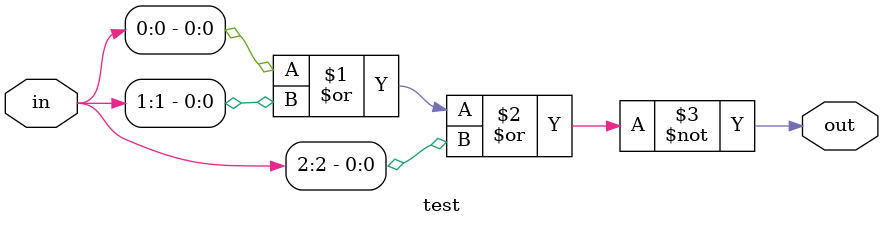
<source format=v>
module test(input [2:0] in, output out);
assign out = ~(in[0] | in[1] | in[2]);
endmodule

</source>
